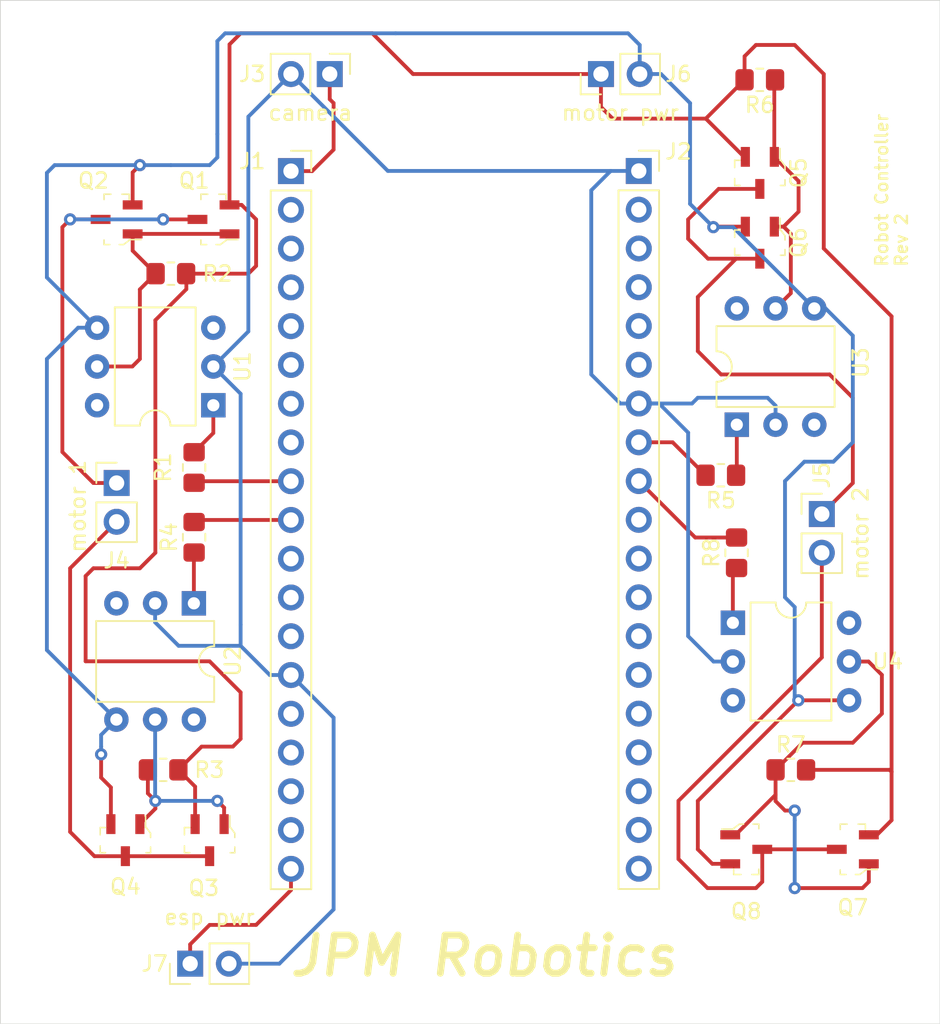
<source format=kicad_pcb>
(kicad_pcb (version 20211014) (generator pcbnew)
  (layers (0 "F.Cu" signal) (31 "B.Cu" signal) (34 "B.Paste" user) (35 "F.Paste" user) (36 "B.SilkS" user "B.Silkscreen") (37 "F.SilkS" user "F.Silkscreen") (38 "B.Mask" user) (39 "F.Mask" user) (44 "Edge.Cuts" user))
  (net 0 "")
  (net 1 "Net-(R1-Pad1)")
  (net 2 "/3.3V")
  (net 3 "/Vm")
  (net 4 "Net-(R5-Pad1)")
  (net 5 "Net-(R8-Pad1)")
  (net 6 "M11")
  (net 9 "M21")
  (net 12 "M12")
  (net 15 "M22")
  (net 32 "/Vcc")
  (net 44 "ESP_GND")
  (net 47 "Net-(R4-Pad1)")
  (net 48 "MO1")
  (net 49 "MO2")
  (net 50 "MO3")
  (net 51 "MO4")
  (net 54 "MGND")
  (net 55 "/Gate1")
  (net 56 "/Gate2")
  (net 57 "/Gate3")
  (net 58 "/Gate4")
  (footprint "Connector_PinHeader_2.54mm:PinHeader_1x02_P2.54mm_Vertical" (layer "F.Cu") (at 106.421 107.188 90)
    (fp_text reference "J7" (at 0 -2.33) (layer "F.SilkS"))
    (fp_text value "esp32 pwr" hide)
    (pad "1" thru_hole rect (at 0 0 90) (size 1.7 1.7) (drill 1) (layers *.Cu *.Mask) (net 32 "/Vcc"))
    (pad "2" thru_hole oval (at 0 2.54 90) (size 1.7 1.7) (drill 1) (layers *.Cu *.Mask) (net 44 "ESP_GND"))
  )
  (footprint "digikey-footprints:SOT-23-3" (layer "F.Cu") (at 107.696 99.094 -90)
    (fp_text reference "Q3" (at 3.141 0.381) (layer "F.SilkS"))
    (fp_text value "AO3401A" hide)
    (pad "1" smd rect locked (at -1.05 -0.95 270) (size 1.3 0.6) (layers "F.Cu" "F.Paste" "F.Mask") (net 56 "/Gate2"))
    (pad "2" smd rect locked (at -1.05 0.95 270) (size 1.3 0.6) (layers "F.Cu" "F.Paste" "F.Mask") (net 3 "/Vm"))
    (pad "3" smd rect locked (at 1.05 0 270) (size 1.3 0.6) (layers "F.Cu" "F.Paste" "F.Mask") (net 49 "MO2"))
  )
  (footprint "digikey-footprints:SOT-23-3" (layer "F.Cu") (at 107.95 58.42 180)
    (fp_text reference "Q1" (at 1.27 2.54) (layer "F.SilkS"))
    (fp_text value "AO3401A" hide)
    (pad "1" smd rect locked (at -1.05 -0.95 180) (size 1.3 0.6) (layers "F.Cu" "F.Paste" "F.Mask") (net 55 "/Gate1"))
    (pad "2" smd rect locked (at -1.05 0.95 180) (size 1.3 0.6) (layers "F.Cu" "F.Paste" "F.Mask") (net 3 "/Vm"))
    (pad "3" smd rect locked (at 1.05 0 180) (size 1.3 0.6) (layers "F.Cu" "F.Paste" "F.Mask") (net 48 "MO1"))
  )
  (footprint "Connector_PinSocket_2.54mm:PinSocket_1x19_P2.54mm_Vertical" (layer "F.Cu") (at 113.03 55.255)
    (fp_text reference "J1" (at -2.54 -0.645) (layer "F.SilkS"))
    (fp_text value "Conn_01x19_Female" hide)
    (pad "1" thru_hole rect (at 0 0) (size 1.7 1.7) (drill 1) (layers *.Cu *.Mask) (net 2 "/3.3V"))
    (pad "2" thru_hole oval (at 0 2.54) (size 1.7 1.7) (drill 1) (layers *.Cu *.Mask))
    (pad "3" thru_hole oval (at 0 5.08) (size 1.7 1.7) (drill 1) (layers *.Cu *.Mask))
    (pad "4" thru_hole oval (at 0 7.62) (size 1.7 1.7) (drill 1) (layers *.Cu *.Mask))
    (pad "5" thru_hole oval (at 0 10.16) (size 1.7 1.7) (drill 1) (layers *.Cu *.Mask))
    (pad "6" thru_hole oval (at 0 12.7) (size 1.7 1.7) (drill 1) (layers *.Cu *.Mask))
    (pad "7" thru_hole oval (at 0 15.24) (size 1.7 1.7) (drill 1) (layers *.Cu *.Mask))
    (pad "8" thru_hole oval (at 0 17.78) (size 1.7 1.7) (drill 1) (layers *.Cu *.Mask))
    (pad "9" thru_hole oval (at 0 20.32) (size 1.7 1.7) (drill 1) (layers *.Cu *.Mask) (net 6 "M11"))
    (pad "10" thru_hole oval (at 0 22.86) (size 1.7 1.7) (drill 1) (layers *.Cu *.Mask) (net 12 "M12"))
    (pad "11" thru_hole oval (at 0 25.4) (size 1.7 1.7) (drill 1) (layers *.Cu *.Mask))
    (pad "12" thru_hole oval (at 0 27.94) (size 1.7 1.7) (drill 1) (layers *.Cu *.Mask))
    (pad "13" thru_hole oval (at 0 30.48) (size 1.7 1.7) (drill 1) (layers *.Cu *.Mask))
    (pad "14" thru_hole oval (at 0 33.02) (size 1.7 1.7) (drill 1) (layers *.Cu *.Mask) (net 44 "ESP_GND"))
    (pad "15" thru_hole oval (at 0 35.56) (size 1.7 1.7) (drill 1) (layers *.Cu *.Mask))
    (pad "16" thru_hole oval (at 0 38.1) (size 1.7 1.7) (drill 1) (layers *.Cu *.Mask))
    (pad "17" thru_hole oval (at 0 40.64) (size 1.7 1.7) (drill 1) (layers *.Cu *.Mask))
    (pad "18" thru_hole oval (at 0 43.18) (size 1.7 1.7) (drill 1) (layers *.Cu *.Mask))
    (pad "19" thru_hole oval (at 0 45.72) (size 1.7 1.7) (drill 1) (layers *.Cu *.Mask) (net 32 "/Vcc"))
  )
  (footprint "digikey-footprints:SOT-23-3" (layer "F.Cu") (at 102.174 99.094 -90)
    (fp_text reference "Q4" (at 3.048 0) (layer "F.SilkS"))
    (fp_text value "IRLML6344TRPBF" hide)
    (pad "1" smd rect locked (at -1.05 -0.95 270) (size 1.3 0.6) (layers "F.Cu" "F.Paste" "F.Mask") (net 56 "/Gate2"))
    (pad "2" smd rect locked (at -1.05 0.95 270) (size 1.3 0.6) (layers "F.Cu" "F.Paste" "F.Mask") (net 54 "MGND"))
    (pad "3" smd rect locked (at 1.05 0 270) (size 1.3 0.6) (layers "F.Cu" "F.Paste" "F.Mask") (net 49 "MO2"))
  )
  (footprint "MountingHole:MountingHole_2.7mm_M2.5" (layer "F.Cu") (at 97.155 47.244)
    (fp_text reference "REF1" hide)
    (fp_text value "MountingHole_2.7mm_M2.5" hide)
    (pad "" np_thru_hole circle (at 0 0) (size 2.7 2.7) (drill 2.7) (layers *.Cu *.Mask))
  )
  (footprint "digikey-footprints:SOT-23-3" (layer "F.Cu") (at 143.764 59.944 -90)
    (fp_text reference "Q6" (at 0 -2.54 90) (layer "F.SilkS"))
    (fp_text value "IRLML6344TRPBF" hide)
    (pad "1" smd rect locked (at -1.05 -0.95 270) (size 1.3 0.6) (layers "F.Cu" "F.Paste" "F.Mask") (net 57 "/Gate3"))
    (pad "2" smd rect locked (at -1.05 0.95 270) (size 1.3 0.6) (layers "F.Cu" "F.Paste" "F.Mask") (net 54 "MGND"))
    (pad "3" smd rect locked (at 1.05 0 270) (size 1.3 0.6) (layers "F.Cu" "F.Paste" "F.Mask") (net 50 "MO3"))
  )
  (footprint "Connector_PinHeader_2.54mm:PinHeader_1x02_P2.54mm_Vertical" (layer "F.Cu") (at 115.57 48.895 -90)
    (fp_text reference "J3" (at 0 5.08) (layer "F.SilkS"))
    (fp_text value "esp32 cam" hide)
    (pad "1" thru_hole rect (at 0 0 270) (size 1.7 1.7) (drill 1) (layers *.Cu *.Mask) (net 2 "/3.3V"))
    (pad "2" thru_hole oval (at 0 2.54 270) (size 1.7 1.7) (drill 1) (layers *.Cu *.Mask) (net 44 "ESP_GND"))
  )
  (footprint "Resistor_SMD:R_0805_2012Metric_Pad1.20x1.40mm_HandSolder" (layer "F.Cu") (at 141.208 75.184 180)
    (fp_text reference "R5" (at 0 -1.65) (layer "F.SilkS"))
    (fp_text value "1k" hide)
    (pad "1" smd roundrect (at -1 0 180) (size 1.2 1.4) (layers "F.Cu" "F.Paste" "F.Mask") (roundrect_rratio 0.208333) (net 4 "Net-(R5-Pad1)"))
    (pad "2" smd roundrect (at 1 0 180) (size 1.2 1.4) (layers "F.Cu" "F.Paste" "F.Mask") (roundrect_rratio 0.208333) (net 9 "M21"))
  )
  (footprint "digikey-footprints:SOT-23-3" (layer "F.Cu") (at 149.86 99.695 180)
    (fp_text reference "Q7" (at 0 -3.81) (layer "F.SilkS"))
    (fp_text value "AO3401A" hide)
    (pad "1" smd rect locked (at -1.05 -0.95 180) (size 1.3 0.6) (layers "F.Cu" "F.Paste" "F.Mask") (net 58 "/Gate4"))
    (pad "2" smd rect locked (at -1.05 0.95 180) (size 1.3 0.6) (layers "F.Cu" "F.Paste" "F.Mask") (net 3 "/Vm"))
    (pad "3" smd rect locked (at 1.05 0 180) (size 1.3 0.6) (layers "F.Cu" "F.Paste" "F.Mask") (net 51 "MO4"))
  )
  (footprint "Package_DIP:DIP-6_W7.62mm" (layer "F.Cu") (at 142.255 71.872 90)
    (fp_text reference "U3" (at 4.064 8.128 90) (layer "F.SilkS"))
    (fp_text value "4N25" hide)
    (pad "1" thru_hole rect (at 0 0 90) (size 1.6 1.6) (drill 0.8) (layers *.Cu *.Mask) (net 4 "Net-(R5-Pad1)"))
    (pad "2" thru_hole oval (at 0 2.54 90) (size 1.6 1.6) (drill 0.8) (layers *.Cu *.Mask) (net 44 "ESP_GND"))
    (pad "3" thru_hole oval (at 0 5.08 90) (size 1.6 1.6) (drill 0.8) (layers *.Cu *.Mask))
    (pad "4" thru_hole oval (at 7.62 5.08 90) (size 1.6 1.6) (drill 0.8) (layers *.Cu *.Mask) (net 54 "MGND"))
    (pad "5" thru_hole oval (at 7.62 2.54 90) (size 1.6 1.6) (drill 0.8) (layers *.Cu *.Mask) (net 57 "/Gate3"))
    (pad "6" thru_hole oval (at 7.62 0 90) (size 1.6 1.6) (drill 0.8) (layers *.Cu *.Mask))
  )
  (footprint "digikey-footprints:SOT-23-3" (layer "F.Cu") (at 142.875 99.695)
    (fp_text reference "Q8" (at 0 4.064) (layer "F.SilkS"))
    (fp_text value "IRLML6344TRPBF" hide)
    (pad "1" smd rect locked (at -1.05 -0.95) (size 1.3 0.6) (layers "F.Cu" "F.Paste" "F.Mask") (net 58 "/Gate4"))
    (pad "2" smd rect locked (at -1.05 0.95) (size 1.3 0.6) (layers "F.Cu" "F.Paste" "F.Mask") (net 54 "MGND"))
    (pad "3" smd rect locked (at 1.05 0) (size 1.3 0.6) (layers "F.Cu" "F.Paste" "F.Mask") (net 51 "MO4"))
  )
  (footprint "Resistor_SMD:R_0805_2012Metric_Pad1.20x1.40mm_HandSolder" (layer "F.Cu") (at 104.648 94.488)
    (fp_text reference "R3" (at 3.032 0) (layer "F.SilkS"))
    (fp_text value "47k" hide)
    (pad "1" smd roundrect (at -1 0) (size 1.2 1.4) (layers "F.Cu" "F.Paste" "F.Mask") (roundrect_rratio 0.208333) (net 56 "/Gate2"))
    (pad "2" smd roundrect (at 1 0) (size 1.2 1.4) (layers "F.Cu" "F.Paste" "F.Mask") (roundrect_rratio 0.208333) (net 3 "/Vm"))
  )
  (footprint "Connector_PinSocket_2.54mm:PinSocket_1x19_P2.54mm_Vertical" (layer "F.Cu") (at 135.83 55.245)
    (fp_text reference "J2" (at 2.6 -1.27) (layer "F.SilkS"))
    (fp_text value "Conn_01x19_Female" hide)
    (pad "1" thru_hole rect (at 0 0) (size 1.7 1.7) (drill 1) (layers *.Cu *.Mask) (net 44 "ESP_GND"))
    (pad "2" thru_hole oval (at 0 2.54) (size 1.7 1.7) (drill 1) (layers *.Cu *.Mask))
    (pad "3" thru_hole oval (at 0 5.08) (size 1.7 1.7) (drill 1) (layers *.Cu *.Mask))
    (pad "4" thru_hole oval (at 0 7.62) (size 1.7 1.7) (drill 1) (layers *.Cu *.Mask))
    (pad "5" thru_hole oval (at 0 10.16) (size 1.7 1.7) (drill 1) (layers *.Cu *.Mask))
    (pad "6" thru_hole oval (at 0 12.7) (size 1.7 1.7) (drill 1) (layers *.Cu *.Mask))
    (pad "7" thru_hole oval (at 0 15.24) (size 1.7 1.7) (drill 1) (layers *.Cu *.Mask) (net 44 "ESP_GND"))
    (pad "8" thru_hole oval (at 0 17.78) (size 1.7 1.7) (drill 1) (layers *.Cu *.Mask) (net 9 "M21"))
    (pad "9" thru_hole oval (at 0 20.32) (size 1.7 1.7) (drill 1) (layers *.Cu *.Mask) (net 15 "M22"))
    (pad "10" thru_hole oval (at 0 22.86) (size 1.7 1.7) (drill 1) (layers *.Cu *.Mask))
    (pad "11" thru_hole oval (at 0 25.4) (size 1.7 1.7) (drill 1) (layers *.Cu *.Mask))
    (pad "12" thru_hole oval (at 0 27.94) (size 1.7 1.7) (drill 1) (layers *.Cu *.Mask))
    (pad "13" thru_hole oval (at 0 30.48) (size 1.7 1.7) (drill 1) (layers *.Cu *.Mask))
    (pad "14" thru_hole oval (at 0 33.02) (size 1.7 1.7) (drill 1) (layers *.Cu *.Mask))
    (pad "15" thru_hole oval (at 0 35.56) (size 1.7 1.7) (drill 1) (layers *.Cu *.Mask))
    (pad "16" thru_hole oval (at 0 38.1) (size 1.7 1.7) (drill 1) (layers *.Cu *.Mask))
    (pad "17" thru_hole oval (at 0 40.64) (size 1.7 1.7) (drill 1) (layers *.Cu *.Mask))
    (pad "18" thru_hole oval (at 0 43.18) (size 1.7 1.7) (drill 1) (layers *.Cu *.Mask))
    (pad "19" thru_hole oval (at 0 45.72) (size 1.7 1.7) (drill 1) (layers *.Cu *.Mask))
  )
  (footprint "Resistor_SMD:R_0805_2012Metric_Pad1.20x1.40mm_HandSolder" (layer "F.Cu") (at 142.24 80.264 90)
    (fp_text reference "R8" (at 0 -1.65 90) (layer "F.SilkS"))
    (fp_text value "1k" hide)
    (pad "1" smd roundrect (at -1 0 90) (size 1.2 1.4) (layers "F.Cu" "F.Paste" "F.Mask") (roundrect_rratio 0.208333) (net 5 "Net-(R8-Pad1)"))
    (pad "2" smd roundrect (at 1 0 90) (size 1.2 1.4) (layers "F.Cu" "F.Paste" "F.Mask") (roundrect_rratio 0.208333) (net 15 "M22"))
  )
  (footprint "digikey-footprints:SOT-23-3" (layer "F.Cu") (at 101.6 58.42 180)
    (fp_text reference "Q2" (at 1.524 2.54) (layer "F.SilkS"))
    (fp_text value "IRLML6344TRPBF" hide)
    (pad "1" smd rect locked (at -1.05 -0.95 180) (size 1.3 0.6) (layers "F.Cu" "F.Paste" "F.Mask") (net 55 "/Gate1"))
    (pad "2" smd rect locked (at -1.05 0.95 180) (size 1.3 0.6) (layers "F.Cu" "F.Paste" "F.Mask") (net 54 "MGND"))
    (pad "3" smd rect locked (at 1.05 0 180) (size 1.3 0.6) (layers "F.Cu" "F.Paste" "F.Mask") (net 48 "MO1"))
  )
  (footprint "MountingHole:MountingHole_2.7mm_M2.5" (layer "F.Cu") (at 152.4 47.244)
    (fp_text reference "REF4" hide)
    (fp_text value "MountingHole_2.7mm_M2.5" hide)
    (pad "" np_thru_hole circle (at 0 0) (size 2.7 2.7) (drill 2.7) (layers *.Cu *.Mask))
  )
  (footprint "Resistor_SMD:R_0805_2012Metric_Pad1.20x1.40mm_HandSolder" (layer "F.Cu") (at 106.68 74.676 -90)
    (fp_text reference "R1" (at 0 2.032 90) (layer "F.SilkS"))
    (fp_text value "1k" hide)
    (pad "1" smd roundrect (at -1 0 270) (size 1.2 1.4) (layers "F.Cu" "F.Paste" "F.Mask") (roundrect_rratio 0.208333) (net 1 "Net-(R1-Pad1)"))
    (pad "2" smd roundrect (at 1 0 270) (size 1.2 1.4) (layers "F.Cu" "F.Paste" "F.Mask") (roundrect_rratio 0.208333) (net 6 "M11"))
  )
  (footprint "Package_DIP:DIP-6_W7.62mm" (layer "F.Cu") (at 107.94 70.597 180)
    (fp_text reference "U1" (at -1.915 2.525 90) (layer "F.SilkS"))
    (fp_text value "4N25" hide)
    (pad "1" thru_hole rect (at 0 0 180) (size 1.6 1.6) (drill 0.8) (layers *.Cu *.Mask) (net 1 "Net-(R1-Pad1)"))
    (pad "2" thru_hole oval (at 0 2.54 180) (size 1.6 1.6) (drill 0.8) (layers *.Cu *.Mask) (net 44 "ESP_GND"))
    (pad "3" thru_hole oval (at 0 5.08 180) (size 1.6 1.6) (drill 0.8) (layers *.Cu *.Mask))
    (pad "4" thru_hole oval (at 7.62 5.08 180) (size 1.6 1.6) (drill 0.8) (layers *.Cu *.Mask) (net 54 "MGND"))
    (pad "5" thru_hole oval (at 7.62 2.54 180) (size 1.6 1.6) (drill 0.8) (layers *.Cu *.Mask) (net 55 "/Gate1"))
    (pad "6" thru_hole oval (at 7.62 0 180) (size 1.6 1.6) (drill 0.8) (layers *.Cu *.Mask))
  )
  (footprint "MountingHole:MountingHole_2.7mm_M2.5" (layer "F.Cu") (at 97.155 107.95)
    (fp_text reference "REF2" hide)
    (fp_text value "MountingHole_2.7mm_M2.5" hide)
    (pad "" np_thru_hole circle (at 0 0) (size 2.7 2.7) (drill 2.7) (layers *.Cu *.Mask))
  )
  (footprint "digikey-footprints:SOT-23-3" (layer "F.Cu") (at 143.764 55.372 -90)
    (fp_text reference "Q5" (at 0 -2.54 90) (layer "F.SilkS"))
    (fp_text value "AO3401A" hide)
    (pad "1" smd rect locked (at -1.05 -0.95 270) (size 1.3 0.6) (layers "F.Cu" "F.Paste" "F.Mask") (net 57 "/Gate3"))
    (pad "2" smd rect locked (at -1.05 0.95 270) (size 1.3 0.6) (layers "F.Cu" "F.Paste" "F.Mask") (net 3 "/Vm"))
    (pad "3" smd rect locked (at 1.05 0 270) (size 1.3 0.6) (layers "F.Cu" "F.Paste" "F.Mask") (net 50 "MO3"))
  )
  (footprint "Package_DIP:DIP-6_W7.62mm" (layer "F.Cu") (at 141.996 84.851)
    (fp_text reference "U4" (at 10.15 2.54) (layer "F.SilkS"))
    (fp_text value "4N25" hide)
    (pad "1" thru_hole rect (at 0 0) (size 1.6 1.6) (drill 0.8) (layers *.Cu *.Mask) (net 5 "Net-(R8-Pad1)"))
    (pad "2" thru_hole oval (at 0 2.54) (size 1.6 1.6) (drill 0.8) (layers *.Cu *.Mask) (net 44 "ESP_GND"))
    (pad "3" thru_hole oval (at 0 5.08) (size 1.6 1.6) (drill 0.8) (layers *.Cu *.Mask))
    (pad "4" thru_hole oval (at 7.62 5.08) (size 1.6 1.6) (drill 0.8) (layers *.Cu *.Mask) (net 54 "MGND"))
    (pad "5" thru_hole oval (at 7.62 2.54) (size 1.6 1.6) (drill 0.8) (layers *.Cu *.Mask) (net 58 "/Gate4"))
    (pad "6" thru_hole oval (at 7.62 0) (size 1.6 1.6) (drill 0.8) (layers *.Cu *.Mask))
  )
  (footprint "Resistor_SMD:R_0805_2012Metric_Pad1.20x1.40mm_HandSolder" (layer "F.Cu") (at 143.764 49.276 180)
    (fp_text reference "R6" (at 0 -1.65) (layer "F.SilkS"))
    (fp_text value "47k" hide)
    (pad "1" smd roundrect (at -1 0 180) (size 1.2 1.4) (layers "F.Cu" "F.Paste" "F.Mask") (roundrect_rratio 0.208333) (net 57 "/Gate3"))
    (pad "2" smd roundrect (at 1 0 180) (size 1.2 1.4) (layers "F.Cu" "F.Paste" "F.Mask") (roundrect_rratio 0.208333) (net 3 "/Vm"))
  )
  (footprint "Connector_PinHeader_2.54mm:PinHeader_1x02_P2.54mm_Vertical" (layer "F.Cu") (at 133.35 48.895 90)
    (fp_text reference "J6" (at 0 5.08) (layer "F.SilkS"))
    (fp_text value "motor pwr" hide)
    (pad "1" thru_hole rect (at 0 0 90) (size 1.7 1.7) (drill 1) (layers *.Cu *.Mask) (net 3 "/Vm"))
    (pad "2" thru_hole oval (at 0 2.54 90) (size 1.7 1.7) (drill 1) (layers *.Cu *.Mask) (net 54 "MGND"))
  )
  (footprint "MountingHole:MountingHole_2.7mm_M2.5" (layer "F.Cu") (at 152.4 107.95)
    (fp_text reference "REF3" hide)
    (fp_text value "MountingHole_2.7mm_M2.5" hide)
    (pad "" np_thru_hole circle (at 0 0) (size 2.7 2.7) (drill 2.7) (layers *.Cu *.Mask))
  )
  (footprint "Connector_PinHeader_2.54mm:PinHeader_1x02_P2.54mm_Vertical" (layer "F.Cu") (at 101.6 75.692)
    (fp_text reference "J4" (at 0 5.08 -180) (layer "F.SilkS"))
    (fp_text value "motor1" hide)
    (pad "1" thru_hole rect (at 0 0) (size 1.7 1.7) (drill 1) (layers *.Cu *.Mask) (net 48 "MO1"))
    (pad "2" thru_hole oval (at 0 2.54) (size 1.7 1.7) (drill 1) (layers *.Cu *.Mask) (net 49 "MO2"))
  )
  (footprint "Connector_PinHeader_2.54mm:PinHeader_1x02_P2.54mm_Vertical" (layer "F.Cu") (at 147.828 77.724)
    (fp_text reference "J5" (at 0 -2.54 -90) (layer "F.SilkS"))
    (fp_text value "motor2" hide)
    (pad "1" thru_hole rect (at 0 0) (size 1.7 1.7) (drill 1) (layers *.Cu *.Mask) (net 50 "MO3"))
    (pad "2" thru_hole oval (at 0 2.54) (size 1.7 1.7) (drill 1) (layers *.Cu *.Mask) (net 51 "MO4"))
  )
  (footprint "Resistor_SMD:R_0805_2012Metric_Pad1.20x1.40mm_HandSolder" (layer "F.Cu") (at 105.156 61.976)
    (fp_text reference "R2" (at 3.048 0) (layer "F.SilkS"))
    (fp_text value "47k" hide)
    (pad "1" smd roundrect (at -1 0) (size 1.2 1.4) (layers "F.Cu" "F.Paste" "F.Mask") (roundrect_rratio 0.208333) (net 55 "/Gate1"))
    (pad "2" smd roundrect (at 1 0) (size 1.2 1.4) (layers "F.Cu" "F.Paste" "F.Mask") (roundrect_rratio 0.208333) (net 3 "/Vm"))
  )
  (footprint "Resistor_SMD:R_0805_2012Metric_Pad1.20x1.40mm_HandSolder" (layer "F.Cu") (at 145.796 94.488)
    (fp_text reference "R7" (at 0 -1.65) (layer "F.SilkS"))
    (fp_text value "47k" hide)
    (pad "1" smd roundrect (at -1 0) (size 1.2 1.4) (layers "F.Cu" "F.Paste" "F.Mask") (roundrect_rratio 0.208333) (net 58 "/Gate4"))
    (pad "2" smd roundrect (at 1 0) (size 1.2 1.4) (layers "F.Cu" "F.Paste" "F.Mask") (roundrect_rratio 0.208333) (net 3 "/Vm"))
  )
  (footprint "Package_DIP:DIP-6_W7.62mm" (layer "F.Cu") (at 106.665 83.576 -90)
    (fp_text reference "U2" (at 3.8 -2.555 -90) (layer "F.SilkS"))
    (fp_text value "4N25" hide)
    (pad "1" thru_hole rect (at 0 0 270) (size 1.6 1.6) (drill 0.8) (layers *.Cu *.Mask) (net 47 "Net-(R4-Pad1)"))
    (pad "2" thru_hole oval (at 0 2.54 270) (size 1.6 1.6) (drill 0.8) (layers *.Cu *.Mask) (net 44 "ESP_GND"))
    (pad "3" thru_hole oval (at 0 5.08 270) (size 1.6 1.6) (drill 0.8) (layers *.Cu *.Mask))
    (pad "4" thru_hole oval (at 7.62 5.08 270) (size 1.6 1.6) (drill 0.8) (layers *.Cu *.Mask) (net 54 "MGND"))
    (pad "5" thru_hole oval (at 7.62 2.54 270) (size 1.6 1.6) (drill 0.8) (layers *.Cu *.Mask) (net 56 "/Gate2"))
    (pad "6" thru_hole oval (at 7.62 0 270) (size 1.6 1.6) (drill 0.8) (layers *.Cu *.Mask))
  )
  (footprint "Resistor_SMD:R_0805_2012Metric_Pad1.20x1.40mm_HandSolder" (layer "F.Cu") (at 106.68 79.248 90)
    (fp_text reference "R4" (at 0 -1.65 90) (layer "F.SilkS"))
    (fp_text value "1k" hide)
    (pad "1" smd roundrect (at -1 0 90) (size 1.2 1.4) (layers "F.Cu" "F.Paste" "F.Mask") (roundrect_rratio 0.208333) (net 47 "Net-(R4-Pad1)"))
    (pad "2" smd roundrect (at 1 0 90) (size 1.2 1.4) (layers "F.Cu" "F.Paste" "F.Mask") (roundrect_rratio 0.208333) (net 12 "M12"))
  )
  (gr_rect (start 155.575 111.125) (end 93.98 44.069) (layer "Edge.Cuts") (width 0.05) (fill none))
  (gr_text "motor 1" (at 99.06 77.216 -270) (layer "F.SilkS") (effects (font (size 1 1))))
  (gr_text "motor 2" (at 150.368 78.994 -270) (layer "F.SilkS") (effects (font (size 1 1))))
  (gr_text "Robot Controller\nRev 2" (at 152.4 61.595 -270) (layer "F.SilkS") (effects (font (size 0.8 0.8)) (justify left)))
  (gr_text "esp pwr" (at 107.696 104.14) (layer "F.SilkS") (effects (font (size 1 1))))
  (gr_text "JPM Robotics" (at 112.776 106.68) (layer "F.SilkS") (effects (font (size 2.5 2.5) (thickness 0.45) italic) (justify left)))
  (gr_text "motor pwr" (at 134.62 51.435) (layer "F.SilkS") (effects (font (size 1 1))))
  (gr_text "camera" (at 114.3 51.435) (layer "F.SilkS") (effects (font (size 1 1))))
  (segment (start 106.68 73.676) (end 107.94 72.416) (width 0.25) (layer "F.Cu") (net 1))
  (segment (start 107.94 72.416) (end 107.94 70.597) (width 0.25) (layer "F.Cu") (net 1))
  (segment (start 113.03 55.255) (end 114.417 55.255) (width 0.25) (layer "F.Cu") (net 2))
  (segment (start 115.824 50.8) (end 115.57 50.546) (width 0.25) (layer "F.Cu") (net 2))
  (segment (start 114.417 55.255) (end 115.824 53.848) (width 0.25) (layer "F.Cu") (net 2))
  (segment (start 115.57 50.546) (end 115.57 48.895) (width 0.25) (layer "F.Cu") (net 2))
  (segment (start 115.824 53.848) (end 115.824 50.8) (width 0.25) (layer "F.Cu") (net 2))
  (segment (start 105.648 94.488) (end 106.746 95.586) (width 0.25) (layer "F.Cu") (net 3))
  (segment (start 106.746 95.586) (end 106.746 98.044) (width 0.25) (layer "F.Cu") (net 3))
  (segment (start 109.728 89.408) (end 107.696 87.376) (width 0.25) (layer "F.Cu") (net 3))
  (segment (start 100.076 81.28) (end 103.124 81.28) (width 0.25) (layer "F.Cu") (net 3))
  (segment (start 152.4 94.615) (end 152.4 97.79) (width 0.25) (layer "F.Cu") (net 3))
  (segment (start 104.14 65.024) (end 106.172 62.992) (width 0.25) (layer "F.Cu") (net 3))
  (segment (start 109 57.47) (end 109.794 57.47) (width 0.25) (layer "F.Cu") (net 3))
  (segment (start 133.35 48.895) (end 133.35 51.054) (width 0.25) (layer "F.Cu") (net 3))
  (segment (start 143.51 46.99) (end 146.05 46.99) (width 0.25) (layer "F.Cu") (net 3))
  (segment (start 152.4 97.79) (end 151.445 98.745) (width 0.25) (layer "F.Cu") (net 3))
  (segment (start 109.728 92.456) (end 109.728 89.408) (width 0.25) (layer "F.Cu") (net 3))
  (segment (start 152.4 64.77) (end 152.4 94.615) (width 0.25) (layer "F.Cu") (net 3))
  (segment (start 121.031 48.895) (end 118.364 46.228) (width 0.25) (layer "F.Cu") (net 3))
  (segment (start 106.172 62.992) (end 106.172 61.992) (width 0.25) (layer "F.Cu") (net 3))
  (segment (start 147.955 60.325) (end 152.4 64.77) (width 0.25) (layer "F.Cu") (net 3))
  (segment (start 133.35 48.895) (end 121.031 48.895) (width 0.25) (layer "F.Cu") (net 3))
  (segment (start 142.814 54.322) (end 142.73 54.322) (width 0.25) (layer "F.Cu") (net 3))
  (segment (start 110.744 61.468) (end 110.236 61.976) (width 0.25) (layer "F.Cu") (net 3))
  (segment (start 104.14 80.264) (end 104.14 65.024) (width 0.25) (layer "F.Cu") (net 3))
  (segment (start 107.172 92.964) (end 109.22 92.964) (width 0.25) (layer "F.Cu") (net 3))
  (segment (start 118.364 46.228) (end 109.728 46.228) (width 0.25) (layer "F.Cu") (net 3))
  (segment (start 151.445 98.745) (end 150.91 98.745) (width 0.25) (layer "F.Cu") (net 3))
  (segment (start 134.112 51.816) (end 140.224 51.816) (width 0.25) (layer "F.Cu") (net 3))
  (segment (start 152.273 94.488) (end 152.4 94.615) (width 0.25) (layer "F.Cu") (net 3))
  (segment (start 106.172 61.992) (end 106.156 61.976) (width 0.25) (layer "F.Cu") (net 3))
  (segment (start 142.73 54.322) (end 140.224 51.816) (width 0.25) (layer "F.Cu") (net 3))
  (segment (start 140.224 51.816) (end 142.764 49.276) (width 0.25) (layer "F.Cu") (net 3))
  (segment (start 146.796 94.488) (end 152.273 94.488) (width 0.25) (layer "F.Cu") (net 3))
  (segment (start 110.236 61.976) (end 106.156 61.976) (width 0.25) (layer "F.Cu") (net 3))
  (segment (start 133.35 51.054) (end 134.112 51.816) (width 0.25) (layer "F.Cu") (net 3))
  (segment (start 105.648 94.488) (end 107.172 92.964) (width 0.25) (layer "F.Cu") (net 3))
  (segment (start 109.794 57.47) (end 110.744 58.42) (width 0.25) (layer "F.Cu") (net 3))
  (segment (start 99.568 87.376) (end 99.568 81.788) (width 0.25) (layer "F.Cu") (net 3))
  (segment (start 142.764 49.276) (end 142.764 47.736) (width 0.25) (layer "F.Cu") (net 3))
  (segment (start 99.568 81.788) (end 100.076 81.28) (width 0.25) (layer "F.Cu") (net 3))
  (segment (start 142.764 47.736) (end 143.51 46.99) (width 0.25) (layer "F.Cu") (net 3))
  (segment (start 109 46.956) (end 109 57.47) (width 0.25) (layer "F.Cu") (net 3))
  (segment (start 109.728 46.228) (end 109 46.956) (width 0.25) (layer "F.Cu") (net 3))
  (segment (start 110.744 58.42) (end 110.744 61.468) (width 0.25) (layer "F.Cu") (net 3))
  (segment (start 146.05 46.99) (end 147.955 48.895) (width 0.25) (layer "F.Cu") (net 3))
  (segment (start 147.955 48.895) (end 147.955 60.325) (width 0.25) (layer "F.Cu") (net 3))
  (segment (start 103.124 81.28) (end 104.14 80.264) (width 0.25) (layer "F.Cu") (net 3))
  (segment (start 107.696 87.376) (end 99.568 87.376) (width 0.25) (layer "F.Cu") (net 3))
  (segment (start 109.22 92.964) (end 109.728 92.456) (width 0.25) (layer "F.Cu") (net 3))
  (segment (start 142.255 71.872) (end 142.255 75.137) (width 0.25) (layer "F.Cu") (net 4))
  (segment (start 142.255 75.137) (end 142.208 75.184) (width 0.25) (layer "F.Cu") (net 4))
  (segment (start 142.24 81.264) (end 141.996 81.508) (width 0.25) (layer "F.Cu") (net 5))
  (segment (start 141.996 81.508) (end 141.996 84.851) (width 0.25) (layer "F.Cu") (net 5))
  (segment (start 106.781 75.575) (end 113.03 75.575) (width 0.25) (layer "F.Cu") (net 6))
  (segment (start 106.68 75.676) (end 106.781 75.575) (width 0.25) (layer "F.Cu") (net 6))
  (segment (start 138.049 73.025) (end 135.83 73.025) (width 0.25) (layer "F.Cu") (net 9))
  (segment (start 140.208 75.184) (end 138.049 73.025) (width 0.25) (layer "F.Cu") (net 9))
  (segment (start 106.813 78.115) (end 106.68 78.248) (width 0.25) (layer "F.Cu") (net 12))
  (segment (start 113.03 78.115) (end 106.813 78.115) (width 0.25) (layer "F.Cu") (net 12))
  (segment (start 139.529 79.264) (end 142.24 79.264) (width 0.25) (layer "F.Cu") (net 15))
  (segment (start 135.83 75.565) (end 139.529 79.264) (width 0.25) (layer "F.Cu") (net 15))
  (segment (start 106.421 107.188) (end 106.421 105.923) (width 0.25) (layer "F.Cu") (net 32))
  (segment (start 106.421 105.923) (end 107.696 104.648) (width 0.25) (layer "F.Cu") (net 32))
  (segment (start 107.696 104.648) (end 110.744 104.648) (width 0.25) (layer "F.Cu") (net 32))
  (segment (start 113.03 102.362) (end 113.03 100.975) (width 0.25) (layer "F.Cu") (net 32))
  (segment (start 110.744 104.648) (end 113.03 102.362) (width 0.25) (layer "F.Cu") (net 32))
  (segment (start 133.985 55.245) (end 135.83 55.245) (width 0.25) (layer "B.Cu") (net 44))
  (segment (start 119.38 55.245) (end 133.985 55.245) (width 0.25) (layer "B.Cu") (net 44))
  (segment (start 108.961 107.188) (end 112.268 107.188) (width 0.25) (layer "B.Cu") (net 44))
  (segment (start 111.643 88.275) (end 109.728 86.36) (width 0.25) (layer "B.Cu") (net 44))
  (segment (start 139.319 70.485) (end 135.83 70.485) (width 0.25) (layer "B.Cu") (net 44))
  (segment (start 134.62 70.485) (end 132.715 68.58) (width 0.25) (layer "B.Cu") (net 44))
  (segment (start 144.272 70.104) (end 139.7 70.104) (width 0.25) (layer "B.Cu") (net 44))
  (segment (start 105.664 86.36) (end 104.125 84.821) (width 0.25) (layer "B.Cu") (net 44))
  (segment (start 137.16 70.485) (end 139.065 72.39) (width 0.25) (layer "B.Cu") (net 44))
  (segment (start 107.94 68.057) (end 109.728 69.845) (width 0.25) (layer "B.Cu") (net 44))
  (segment (start 144.795 70.627) (end 144.272 70.104) (width 0.25) (layer "B.Cu") (net 44))
  (segment (start 132.715 68.58) (end 132.715 56.515) (width 0.25) (layer "B.Cu") (net 44))
  (segment (start 104.125 84.821) (end 104.125 83.576) (width 0.25) (layer "B.Cu") (net 44))
  (segment (start 109.728 84.973) (end 109.728 86.36) (width 0.25) (layer "B.Cu") (net 44))
  (segment (start 115.824 103.632) (end 115.824 91.069) (width 0.25) (layer "B.Cu") (net 44))
  (segment (start 109.728 86.36) (end 105.664 86.36) (width 0.25) (layer "B.Cu") (net 44))
  (segment (start 139.065 72.39) (end 139.065 85.725) (width 0.25) (layer "B.Cu") (net 44))
  (segment (start 135.83 70.485) (end 137.16 70.485) (width 0.25) (layer "B.Cu") (net 44))
  (segment (start 144.795 71.872) (end 144.795 70.627) (width 0.25) (layer "B.Cu") (net 44))
  (segment (start 113.03 48.895) (end 119.38 55.245) (width 0.25) (layer "B.Cu") (net 44))
  (segment (start 110.236 65.761) (end 110.236 51.689) (width 0.25) (layer "B.Cu") (net 44))
  (segment (start 113.03 88.275) (end 111.643 88.275) (width 0.25) (layer "B.Cu") (net 44))
  (segment (start 132.715 56.515) (end 133.985 55.245) (width 0.25) (layer "B.Cu") (net 44))
  (segment (start 135.83 70.485) (end 134.62 70.485) (width 0.25) (layer "B.Cu") (net 44))
  (segment (start 107.94 68.057) (end 110.236 65.761) (width 0.25) (layer "B.Cu") (net 44))
  (segment (start 139.7 70.104) (end 139.319 70.485) (width 0.25) (layer "B.Cu") (net 44))
  (segment (start 139.065 85.725) (end 140.731 87.391) (width 0.25) (layer "B.Cu") (net 44))
  (segment (start 110.236 51.689) (end 113.03 48.895) (width 0.25) (layer "B.Cu") (net 44))
  (segment (start 112.268 107.188) (end 115.824 103.632) (width 0.25) (layer "B.Cu") (net 44))
  (segment (start 109.728 69.845) (end 109.728 84.973) (width 0.25) (layer "B.Cu") (net 44))
  (segment (start 140.731 87.391) (end 141.996 87.391) (width 0.25) (layer "B.Cu") (net 44))
  (segment (start 115.824 91.069) (end 113.03 88.275) (width 0.25) (layer "B.Cu") (net 44))
  (segment (start 106.665 80.263) (end 106.665 83.576) (width 0.25) (layer "F.Cu") (net 47))
  (segment (start 106.68 80.248) (end 106.665 80.263) (width 0.25) (layer "F.Cu") (net 47))
  (segment (start 98.044 73.66) (end 98.044 58.928) (width 0.25) (layer "F.Cu") (net 48))
  (segment (start 101.6 75.692) (end 100.076 75.692) (width 0.25) (layer "F.Cu") (net 48))
  (segment (start 98.552 58.42) (end 100.55 58.42) (width 0.25) (layer "F.Cu") (net 48))
  (segment (start 98.044 58.928) (end 98.552 58.42) (width 0.25) (layer "F.Cu") (net 48))
  (segment (start 106.9 58.42) (end 104.648 58.42) (width 0.25) (layer "F.Cu") (net 48))
  (segment (start 100.076 75.692) (end 98.044 73.66) (width 0.25) (layer "F.Cu") (net 48))
  (via (at 104.648 58.42) (size 0.8) (drill 0.4) (layers "F.Cu" "B.Cu") (net 48))
  (via (at 98.552 58.42) (size 0.8) (drill 0.4) (layers "F.Cu" "B.Cu") (net 48))
  (segment (start 104.648 58.42) (end 98.552 58.42) (width 0.25) (layer "B.Cu") (net 48))
  (segment (start 102.174 100.144) (end 107.696 100.144) (width 0.25) (layer "F.Cu") (net 49))
  (segment (start 98.552 81.28) (end 101.6 78.232) (width 0.25) (layer "F.Cu") (net 49))
  (segment (start 102.174 100.144) (end 100.144 100.144) (width 0.25) (layer "F.Cu") (net 49))
  (segment (start 100.144 100.144) (end 98.552 98.552) (width 0.25) (layer "F.Cu") (net 49))
  (segment (start 98.552 98.552) (end 98.552 81.28) (width 0.25) (layer "F.Cu") (net 49))
  (segment (start 140.369 60.994) (end 139.065 59.69) (width 0.25) (layer "F.Cu") (net 50))
  (segment (start 139.7 63.5) (end 142.206 60.994) (width 0.25) (layer "F.Cu") (net 50))
  (segment (start 148.336 68.58) (end 141.224 68.58) (width 0.25) (layer "F.Cu") (net 50))
  (segment (start 149.86 70.104) (end 148.336 68.58) (width 0.25) (layer "F.Cu") (net 50))
  (segment (start 147.828 77.724) (end 149.86 75.692) (width 0.25) (layer "F.Cu") (net 50))
  (segment (start 139.065 58.42) (end 141.063 56.422) (width 0.25) (layer "F.Cu") (net 50))
  (segment (start 142.206 60.994) (end 140.369 60.994) (width 0.25) (layer "F.Cu") (net 50))
  (segment (start 141.063 56.422) (end 143.764 56.422) (width 0.25) (layer "F.Cu") (net 50))
  (segment (start 149.86 75.692) (end 149.86 70.104) (width 0.25) (layer "F.Cu") (net 50))
  (segment (start 141.224 68.58) (end 139.7 67.056) (width 0.25) (layer "F.Cu") (net 50))
  (segment (start 139.7 67.056) (end 139.7 63.5) (width 0.25) (layer "F.Cu") (net 50))
  (segment (start 142.206 60.994) (end 143.764 60.994) (width 0.25) (layer "F.Cu") (net 50))
  (segment (start 139.065 59.69) (end 139.065 58.42) (width 0.25) (layer "F.Cu") (net 50))
  (segment (start 143.925 101.82) (end 143.925 99.695) (width 0.25) (layer "F.Cu") (net 51))
  (segment (start 138.43 96.52) (end 138.43 100.33) (width 0.25) (layer "F.Cu") (net 51))
  (segment (start 147.828 80.264) (end 147.828 87.122) (width 0.25) (layer "F.Cu") (net 51))
  (segment (start 140.335 102.235) (end 143.51 102.235) (width 0.25) (layer "F.Cu") (net 51))
  (segment (start 143.925 99.695) (end 148.81 99.695) (width 0.25) (layer "F.Cu") (net 51))
  (segment (start 138.43 100.33) (end 140.335 102.235) (width 0.25) (layer "F.Cu") (net 51))
  (segment (start 147.828 87.122) (end 138.43 96.52) (width 0.25) (layer "F.Cu") (net 51))
  (segment (start 143.51 102.235) (end 143.925 101.82) (width 0.25) (layer "F.Cu") (net 51))
  (segment (start 139.7 96.52) (end 139.7 99.695) (width 0.25) (layer "F.Cu") (net 54))
  (segment (start 102.65 55.338) (end 102.65 57.47) (width 0.25) (layer "F.Cu") (net 54))
  (segment (start 100.584 93.472) (end 100.584 94.996) (width 0.25) (layer "F.Cu") (net 54))
  (segment (start 101.224 95.636) (end 101.224 98.044) (width 0.25) (layer "F.Cu") (net 54))
  (segment (start 103.124 54.864) (end 102.65 55.338) (width 0.25) (layer "F.Cu") (net 54))
  (segment (start 100.584 94.996) (end 101.224 95.636) (width 0.25) (layer "F.Cu") (net 54))
  (segment (start 140.75 58.894) (end 140.716 58.928) (width 0.25) (layer "F.Cu") (net 54))
  (segment (start 139.7 99.695) (end 140.65 100.645) (width 0.25) (layer "F.Cu") (net 54))
  (segment (start 149.616 89.931) (end 146.289 89.931) (width 0.25) (layer "F.Cu") (net 54))
  (segment (start 140.65 100.645) (end 141.825 100.645) (width 0.25) (layer "F.Cu") (net 54))
  (segment (start 146.289 89.931) (end 139.7 96.52) (width 0.25) (layer "F.Cu") (net 54))
  (segment (start 142.814 58.894) (end 140.75 58.894) (width 0.25) (layer "F.Cu") (net 54))
  (via (at 140.716 58.928) (size 0.8) (drill 0.4) (layers "F.Cu" "B.Cu") (net 54))
  (via (at 100.584 93.472) (size 0.8) (drill 0.4) (layers "F.Cu" "B.Cu") (net 54))
  (via (at 146.289 89.931) (size 0.8) (drill 0.4) (layers "F.Cu" "B.Cu") (net 54))
  (via (at 103.124 54.864) (size 0.8) (drill 0.4) (layers "F.Cu" "B.Cu") (net 54))
  (segment (start 137.287 48.895) (end 139.192 50.8) (width 0.25) (layer "B.Cu") (net 54))
  (segment (start 139.192 50.8) (end 139.192 57.404) (width 0.25) (layer "B.Cu") (net 54))
  (segment (start 97.028 62.225) (end 100.32 65.517) (width 0.25) (layer "B.Cu") (net 54))
  (segment (start 107.696 54.864) (end 105.156 54.864) (width 0.25) (layer "B.Cu") (net 54))
  (segment (start 135.89 48.895) (end 137.287 48.895) (width 0.25) (layer "B.Cu") (net 54))
  (segment (start 135.128 46.228) (end 119.888 46.228) (width 0.25) (layer "B.Cu") (net 54))
  (segment (start 146.05 89.692) (end 146.05 83.82) (width 0.25) (layer "B.Cu") (net 54))
  (segment (start 108.204 54.356) (end 107.696 54.864) (width 0.25) (layer "B.Cu") (net 54))
  (segment (start 100.584 92.964) (end 100.584 93.472) (width 0.25) (layer "B.Cu") (net 54))
  (segment (start 97.028 67.564) (end 97.028 86.639) (width 0.25) (layer "B.Cu") (net 54))
  (segment (start 135.89 46.99) (end 135.636 46.736) (width 0.25) (layer "B.Cu") (net 54))
  (segment (start 108.204 52.832) (end 108.204 54.356) (width 0.25) (layer "B.Cu") (net 54))
  (segment (start 135.89 48.895) (end 135.89 46.99) (width 0.25) (layer "B.Cu") (net 54))
  (segment (start 148.072 64.252) (end 147.335 64.252) (width 0.25) (layer "B.Cu") (net 54))
  (segment (start 108.204 46.736) (end 108.204 52.832) (width 0.25) (layer "B.Cu") (net 54))
  (segment (start 145.415 83.185) (end 145.415 75.565) (width 0.25) (layer "B.Cu") (net 54))
  (segment (start 149.86 73.025) (end 149.86 66.04) (width 0.25) (layer "B.Cu") (net 54))
  (segment (start 148.59 74.295) (end 149.86 73.025) (width 0.25) (layer "B.Cu") (net 54))
  (segment (start 146.685 74.295) (end 148.59 74.295) (width 0.25) (layer "B.Cu") (net 54))
  (segment (start 146.05 83.82) (end 145.415 83.185) (width 0.25) (layer "B.Cu") (net 54))
  (segment (start 97.028 55.372) (end 97.028 62.225) (width 0.25) (layer "B.Cu") (net 54))
  (segment (start 108.712 46.228) (end 108.204 46.736) (width 0.25) (layer "B.Cu") (net 54))
  (segment (start 145.415 75.565) (end 146.685 74.295) (width 0.25) (layer "B.Cu") (net 54))
  (segment (start 142.011 58.928) (end 140.716 58.928) (width 0.25) (layer "B.Cu") (net 54))
  (segment (start 105.156 54.864) (end 103.124 54.864) (width 0.25) (layer "B.Cu") (net 54))
  (segment (start 103.124 54.864) (end 97.536 54.864) (width 0.25) (layer "B.Cu") (net 54))
  (segment (start 99.075 65.517) (end 97.028 67.564) (width 0.25) (layer "B.Cu") (net 54))
  (segment (start 135.636 46.736) (end 135.128 46.228) (width 0.25) (layer "B.Cu") (net 54))
  (segment (start 97.536 54.864) (end 97.028 55.372) (width 0.25) (layer "B.Cu") (net 54))
  (segment (start 100.584 92.197) (end 100.584 92.964) (width 0.25) (layer "B.Cu") (net 54))
  (segment (start 146.289 89.931) (end 146.05 89.692) (width 0.25) (layer "B.Cu") (net 54))
  (segment (start 139.192 57.404) (end 140.716 58.928) (width 0.25) (layer "B.Cu") (net 54))
  (segment (start 97.028 86.639) (end 101.585 91.196) (width 0.25) (layer "B.Cu") (net 54))
  (segment (start 100.32 65.517) (end 99.075 65.517) (width 0.25) (layer "B.Cu") (net 54))
  (segment (start 147.335 64.252) (end 142.011 58.928) (width 0.25) (layer "B.Cu") (net 54))
  (segment (start 119.888 46.228) (end 108.712 46.228) (width 0.25) (layer "B.Cu") (net 54))
  (segment (start 149.86 66.04) (end 148.072 64.252) (width 0.25) (layer "B.Cu") (net 54))
  (segment (start 101.585 91.196) (end 100.584 92.197) (width 0.25) (layer "B.Cu") (net 54))
  (segment (start 102.65 60.47) (end 104.156 61.976) (width 0.25) (layer "F.Cu") (net 55))
  (segment (start 103.124 63.008) (end 104.156 61.976) (width 0.25) (layer "F.Cu") (net 55))
  (segment (start 103.124 67.564) (end 103.124 63.008) (width 0.25) (layer "F.Cu") (net 55))
  (segment (start 100.32 68.057) (end 102.631 68.057) (width 0.25) (layer "F.Cu") (net 55))
  (segment (start 102.631 68.057) (end 103.124 67.564) (width 0.25) (layer "F.Cu") (net 55))
  (segment (start 102.65 59.37) (end 109 59.37) (width 0.25) (layer "F.Cu") (net 55))
  (segment (start 102.65 59.37) (end 102.65 60.47) (width 0.25) (layer "F.Cu") (net 55))
  (segment (start 103.648 94.488) (end 103.648 96.028) (width 0.25) (layer "F.Cu") (net 56))
  (segment (start 108.646 98.044) (end 108.646 96.962) (width 0.25) (layer "F.Cu") (net 56))
  (segment (start 103.648 96.028) (end 104.14 96.52) (width 0.25) (layer "F.Cu") (net 56))
  (segment (start 104.14 96.52) (end 104.14 97.028) (width 0.25) (layer "F.Cu") (net 56))
  (segment (start 104.14 97.028) (end 103.124 98.044) (width 0.25) (layer "F.Cu") (net 56))
  (segment (start 108.646 96.962) (end 108.204 96.52) (width 0.25) (layer "F.Cu") (net 56))
  (via (at 104.14 96.52) (size 0.8) (drill 0.4) (layers "F.Cu" "B.Cu") (net 56))
  (via (at 108.204 96.52) (size 0.8) (drill 0.4) (layers "F.Cu" "B.Cu") (net 56))
  (segment (start 104.125 91.196) (end 104.125 96.505) (width 0.25) (layer "B.Cu") (net 56))
  (segment (start 108.204 96.52) (end 104.14 96.52) (width 0.25) (layer "B.Cu") (net 56))
  (segment (start 104.125 96.505) (end 104.14 96.52) (width 0.25) (layer "B.Cu") (net 56))
  (segment (start 145.796 63.251) (end 145.796 59.368) (width 0.25) (layer "F.Cu") (net 57))
  (segment (start 144.795 64.252) (end 145.796 63.251) (width 0.25) (layer "F.Cu") (net 57))
  (segment (start 144.714 49.326) (end 144.714 54.322) (width 0.25) (layer "F.Cu") (net 57))
  (segment (start 144.764 49.276) (end 144.714 49.326) (width 0.25) (layer "F.Cu") (net 57))
  (segment (start 144.714 58.894) (end 145.322 58.894) (width 0.25) (layer "F.Cu") (net 57))
  (segment (start 145.796 59.368) (end 145.322 58.894) (width 0.25) (layer "F.Cu") (net 57))
  (segment (start 146.304 55.912) (end 144.714 54.322) (width 0.25) (layer "F.Cu") (net 57))
  (segment (start 146.304 57.912) (end 146.304 55.912) (width 0.25) (layer "F.Cu") (net 57))
  (segment (start 145.322 58.894) (end 146.304 57.912) (width 0.25) (layer "F.Cu") (net 57))
  (segment (start 150.91 101.82) (end 150.495 102.235) (width 0.25) (layer "F.Cu") (net 58))
  (segment (start 149.86 92.71) (end 151.765 90.805) (width 0.25) (layer "F.Cu") (net 58))
  (segment (start 151.765 90.805) (end 151.765 88.265) (width 0.25) (layer "F.Cu") (net 58))
  (segment (start 151.765 88.265) (end 150.891 87.391) (width 0.25) (layer "F.Cu") (net 58))
  (segment (start 146.574 92.71) (end 149.86 92.71) (width 0.25) (layer "F.Cu") (net 58))
  (segment (start 142.175 98.745) (end 144.796 96.124) (width 0.25) (layer "F.Cu") (net 58))
  (segment (start 144.796 94.488) (end 146.574 92.71) (width 0.25) (layer "F.Cu") (net 58))
  (segment (start 150.495 102.235) (end 146.05 102.235) (width 0.25) (layer "F.Cu") (net 58))
  (segment (start 141.825 98.745) (end 142.175 98.745) (width 0.25) (layer "F.Cu") (net 58))
  (segment (start 150.891 87.391) (end 149.616 87.391) (width 0.25) (layer "F.Cu") (net 58))
  (segment (start 144.796 96.536) (end 144.796 96.124) (width 0.25) (layer "F.Cu") (net 58))
  (segment (start 150.91 100.645) (end 150.91 101.82) (width 0.25) (layer "F.Cu") (net 58))
  (segment (start 145.415 97.155) (end 144.796 96.536) (width 0.25) (layer "F.Cu") (net 58))
  (segment (start 146.05 97.155) (end 145.415 97.155) (width 0.25) (layer "F.Cu") (net 58))
  (segment (start 144.796 96.124) (end 144.796 94.488) (width 0.25) (layer "F.Cu") (net 58))
  (via (at 146.05 97.155) (size 0.8) (drill 0.4) (layers "F.Cu" "B.Cu") (net 58))
  (via (at 146.05 102.235) (size 0.8) (drill 0.4) (layers "F.Cu" "B.Cu") (net 58))
  (segment (start 146.05 102.235) (end 146.05 97.79) (width 0.25) (layer "B.Cu") (net 58))
  (segment (start 146.05 97.79) (end 146.05 97.155) (width 0.25) (layer "B.Cu") (net 58))
)
</source>
